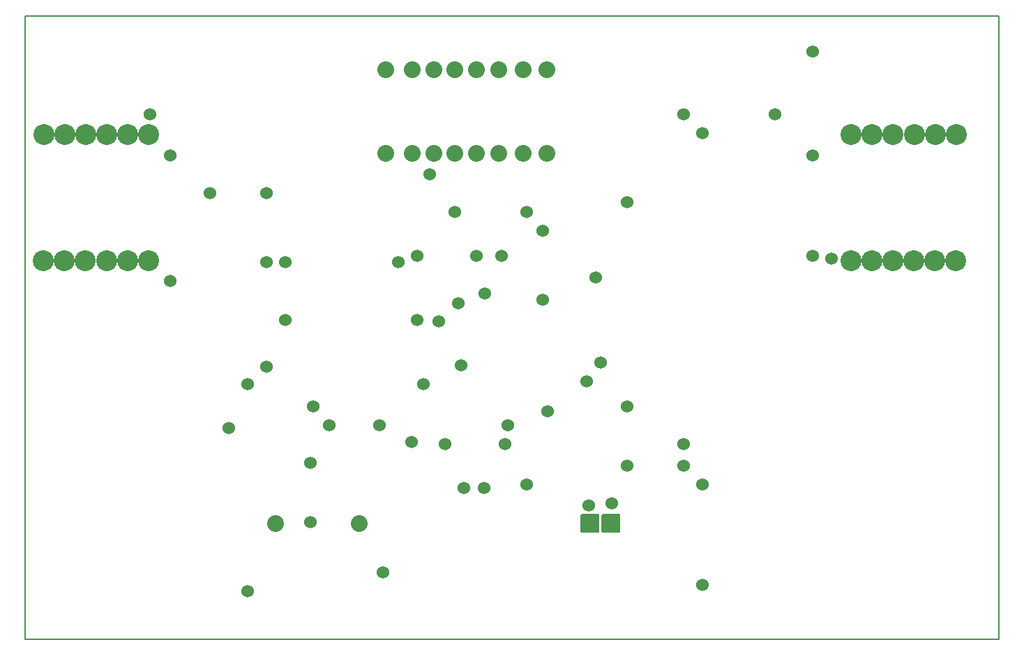
<source format=gbr>
G04 PROTEUS GERBER X2 FILE*
%TF.GenerationSoftware,Labcenter,Proteus,8.9-SP0-Build27865*%
%TF.CreationDate,2021-05-25T18:16:11+00:00*%
%TF.FileFunction,Soldermask,Top*%
%TF.FilePolarity,Negative*%
%TF.Part,Single*%
%TF.SameCoordinates,{8c929804-3c0d-4c6f-a7b4-99d41835b1df}*%
%FSLAX45Y45*%
%MOMM*%
G01*
%TA.AperFunction,Material*%
%ADD21C,1.524000*%
%TA.AperFunction,Material*%
%ADD22C,2.032000*%
%AMPPAD015*
4,1,36,
-1.016000,1.143000,
1.016000,1.143000,
1.041970,1.140470,
1.065980,1.133200,
1.087580,1.121650,
1.106290,1.106290,
1.121650,1.087570,
1.133200,1.065980,
1.140470,1.041970,
1.143000,1.016000,
1.143000,-1.016000,
1.140470,-1.041970,
1.133200,-1.065980,
1.121650,-1.087570,
1.106290,-1.106290,
1.087580,-1.121650,
1.065980,-1.133200,
1.041970,-1.140470,
1.016000,-1.143000,
-1.016000,-1.143000,
-1.041970,-1.140470,
-1.065980,-1.133200,
-1.087580,-1.121650,
-1.106290,-1.106290,
-1.121650,-1.087570,
-1.133200,-1.065980,
-1.140470,-1.041970,
-1.143000,-1.016000,
-1.143000,1.016000,
-1.140470,1.041970,
-1.133200,1.065980,
-1.121650,1.087570,
-1.106290,1.106290,
-1.087580,1.121650,
-1.065980,1.133200,
-1.041970,1.140470,
-1.016000,1.143000,
0*%
%ADD23PPAD015*%
%TA.AperFunction,Material*%
%ADD24C,2.540000*%
%TA.AperFunction,Profile*%
%ADD18C,0.203200*%
%TD.AperFunction*%
D21*
X-5153744Y+1510104D03*
X-3020144Y+1510104D03*
X-3020144Y+5777304D03*
X-5420444Y+2005404D03*
X-3248744Y+2005404D03*
X-3248744Y+6005904D03*
X-6487244Y+4291404D03*
X-5763344Y+4291404D03*
X-6715844Y+4215204D03*
X-8087444Y+4215204D03*
X-6411044Y+2729304D03*
X-8544644Y+2729304D03*
X-5458544Y+4291404D03*
X-1686644Y+4291404D03*
X-4963244Y+4596204D03*
X-3934544Y+4939104D03*
X-8316044Y+5053404D03*
X-8316044Y+4215204D03*
X-6334844Y+5282004D03*
X-4315544Y+4024704D03*
X-5153744Y+4824804D03*
X-6030044Y+4824804D03*
X-9725744Y+6005904D03*
X-9001844Y+5053404D03*
X-2143844Y+6005904D03*
X-6220544Y+3491304D03*
X-4429844Y+2767404D03*
X-3934544Y+2462604D03*
X-9480344Y+3986604D03*
X-9480344Y+5509404D03*
X-4963244Y+3758004D03*
X-5980344Y+3709404D03*
X-5953844Y+2957904D03*
X-4125044Y+1281504D03*
X-4260344Y+2996004D03*
X-7554044Y+2234004D03*
X-8773244Y+2195904D03*
X-7782644Y+1052904D03*
X-7782644Y+1776804D03*
X-5664844Y+3834204D03*
X-8316044Y+2939404D03*
X-4900344Y+2399404D03*
X-5668988Y+1467263D03*
X-6144344Y+2005404D03*
X-5915744Y+1472004D03*
X-6550344Y+2029404D03*
X-8087444Y+3509404D03*
X-6480344Y+3509404D03*
X-6900344Y+443304D03*
X-6944444Y+2234004D03*
X-4400344Y+1259404D03*
X-5382344Y+2234004D03*
X-7744544Y+2462604D03*
X-8544644Y+214704D03*
X-3248744Y+1738704D03*
X-3934544Y+1738704D03*
X-3020144Y+290904D03*
X-1686644Y+5510604D03*
X-1686644Y+6770000D03*
X-1458044Y+4253304D03*
D22*
X-6860344Y+6549104D03*
X-6860344Y+5533104D03*
X-6540344Y+6549104D03*
X-6540344Y+5533104D03*
X-6280344Y+6549104D03*
X-6280344Y+5533104D03*
X-6030344Y+6549104D03*
X-6030344Y+5533104D03*
X-5760344Y+6549104D03*
X-5760344Y+5533104D03*
X-5490344Y+6549104D03*
X-5490344Y+5533104D03*
X-5200344Y+6549104D03*
X-5200344Y+5533104D03*
X-4910344Y+6549104D03*
X-4910344Y+5533104D03*
X-7190344Y+1037604D03*
X-8206344Y+1037604D03*
D23*
X-4380344Y+1037604D03*
X-4126344Y+1037604D03*
D24*
X-9745344Y+4234104D03*
X-10000344Y+4234104D03*
X-10255344Y+4234104D03*
X-10510344Y+4234104D03*
X-10765344Y+4234104D03*
X-11020344Y+4234104D03*
X-11015344Y+5764104D03*
X-10760344Y+5764104D03*
X-10505344Y+5764104D03*
X-10250344Y+5764104D03*
X-9995344Y+5764104D03*
X-9740344Y+5764104D03*
X+54656Y+4234104D03*
X-200344Y+4234104D03*
X-455344Y+4234104D03*
X-710344Y+4234104D03*
X-965344Y+4234104D03*
X-1220344Y+4234104D03*
X-1215344Y+5764104D03*
X-960344Y+5764104D03*
X-705344Y+5764104D03*
X-450344Y+5764104D03*
X-195344Y+5764104D03*
X+59656Y+5764104D03*
D18*
X-11240344Y-370596D02*
X+579656Y-370596D01*
X+579656Y+7199404D01*
X-11240344Y+7199404D01*
X-11240344Y-370596D01*
M02*

</source>
